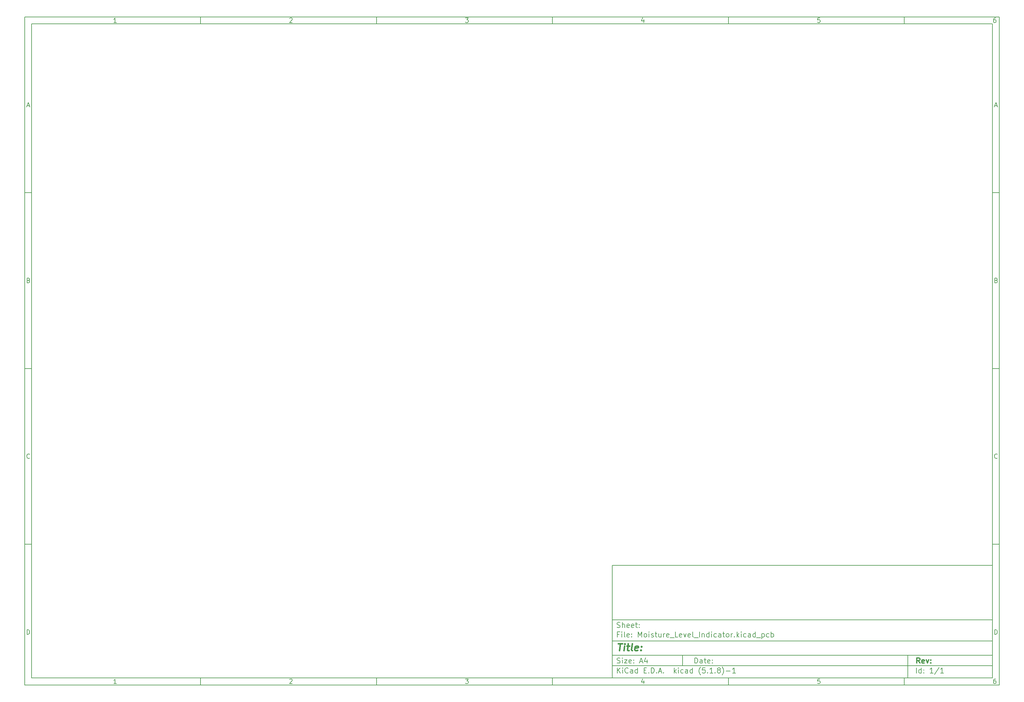
<source format=gbp>
%TF.GenerationSoftware,KiCad,Pcbnew,(5.1.8)-1*%
%TF.CreationDate,2021-07-18T22:50:52-07:00*%
%TF.ProjectId,Moisture_Level_Indicator,4d6f6973-7475-4726-955f-4c6576656c5f,rev?*%
%TF.SameCoordinates,Original*%
%TF.FileFunction,Paste,Bot*%
%TF.FilePolarity,Positive*%
%FSLAX46Y46*%
G04 Gerber Fmt 4.6, Leading zero omitted, Abs format (unit mm)*
G04 Created by KiCad (PCBNEW (5.1.8)-1) date 2021-07-18 22:50:52*
%MOMM*%
%LPD*%
G01*
G04 APERTURE LIST*
%ADD10C,0.100000*%
%ADD11C,0.150000*%
%ADD12C,0.300000*%
%ADD13C,0.400000*%
G04 APERTURE END LIST*
D10*
D11*
X177002200Y-166007200D02*
X177002200Y-198007200D01*
X285002200Y-198007200D01*
X285002200Y-166007200D01*
X177002200Y-166007200D01*
D10*
D11*
X10000000Y-10000000D02*
X10000000Y-200007200D01*
X287002200Y-200007200D01*
X287002200Y-10000000D01*
X10000000Y-10000000D01*
D10*
D11*
X12000000Y-12000000D02*
X12000000Y-198007200D01*
X285002200Y-198007200D01*
X285002200Y-12000000D01*
X12000000Y-12000000D01*
D10*
D11*
X60000000Y-12000000D02*
X60000000Y-10000000D01*
D10*
D11*
X110000000Y-12000000D02*
X110000000Y-10000000D01*
D10*
D11*
X160000000Y-12000000D02*
X160000000Y-10000000D01*
D10*
D11*
X210000000Y-12000000D02*
X210000000Y-10000000D01*
D10*
D11*
X260000000Y-12000000D02*
X260000000Y-10000000D01*
D10*
D11*
X36065476Y-11588095D02*
X35322619Y-11588095D01*
X35694047Y-11588095D02*
X35694047Y-10288095D01*
X35570238Y-10473809D01*
X35446428Y-10597619D01*
X35322619Y-10659523D01*
D10*
D11*
X85322619Y-10411904D02*
X85384523Y-10350000D01*
X85508333Y-10288095D01*
X85817857Y-10288095D01*
X85941666Y-10350000D01*
X86003571Y-10411904D01*
X86065476Y-10535714D01*
X86065476Y-10659523D01*
X86003571Y-10845238D01*
X85260714Y-11588095D01*
X86065476Y-11588095D01*
D10*
D11*
X135260714Y-10288095D02*
X136065476Y-10288095D01*
X135632142Y-10783333D01*
X135817857Y-10783333D01*
X135941666Y-10845238D01*
X136003571Y-10907142D01*
X136065476Y-11030952D01*
X136065476Y-11340476D01*
X136003571Y-11464285D01*
X135941666Y-11526190D01*
X135817857Y-11588095D01*
X135446428Y-11588095D01*
X135322619Y-11526190D01*
X135260714Y-11464285D01*
D10*
D11*
X185941666Y-10721428D02*
X185941666Y-11588095D01*
X185632142Y-10226190D02*
X185322619Y-11154761D01*
X186127380Y-11154761D01*
D10*
D11*
X236003571Y-10288095D02*
X235384523Y-10288095D01*
X235322619Y-10907142D01*
X235384523Y-10845238D01*
X235508333Y-10783333D01*
X235817857Y-10783333D01*
X235941666Y-10845238D01*
X236003571Y-10907142D01*
X236065476Y-11030952D01*
X236065476Y-11340476D01*
X236003571Y-11464285D01*
X235941666Y-11526190D01*
X235817857Y-11588095D01*
X235508333Y-11588095D01*
X235384523Y-11526190D01*
X235322619Y-11464285D01*
D10*
D11*
X285941666Y-10288095D02*
X285694047Y-10288095D01*
X285570238Y-10350000D01*
X285508333Y-10411904D01*
X285384523Y-10597619D01*
X285322619Y-10845238D01*
X285322619Y-11340476D01*
X285384523Y-11464285D01*
X285446428Y-11526190D01*
X285570238Y-11588095D01*
X285817857Y-11588095D01*
X285941666Y-11526190D01*
X286003571Y-11464285D01*
X286065476Y-11340476D01*
X286065476Y-11030952D01*
X286003571Y-10907142D01*
X285941666Y-10845238D01*
X285817857Y-10783333D01*
X285570238Y-10783333D01*
X285446428Y-10845238D01*
X285384523Y-10907142D01*
X285322619Y-11030952D01*
D10*
D11*
X60000000Y-198007200D02*
X60000000Y-200007200D01*
D10*
D11*
X110000000Y-198007200D02*
X110000000Y-200007200D01*
D10*
D11*
X160000000Y-198007200D02*
X160000000Y-200007200D01*
D10*
D11*
X210000000Y-198007200D02*
X210000000Y-200007200D01*
D10*
D11*
X260000000Y-198007200D02*
X260000000Y-200007200D01*
D10*
D11*
X36065476Y-199595295D02*
X35322619Y-199595295D01*
X35694047Y-199595295D02*
X35694047Y-198295295D01*
X35570238Y-198481009D01*
X35446428Y-198604819D01*
X35322619Y-198666723D01*
D10*
D11*
X85322619Y-198419104D02*
X85384523Y-198357200D01*
X85508333Y-198295295D01*
X85817857Y-198295295D01*
X85941666Y-198357200D01*
X86003571Y-198419104D01*
X86065476Y-198542914D01*
X86065476Y-198666723D01*
X86003571Y-198852438D01*
X85260714Y-199595295D01*
X86065476Y-199595295D01*
D10*
D11*
X135260714Y-198295295D02*
X136065476Y-198295295D01*
X135632142Y-198790533D01*
X135817857Y-198790533D01*
X135941666Y-198852438D01*
X136003571Y-198914342D01*
X136065476Y-199038152D01*
X136065476Y-199347676D01*
X136003571Y-199471485D01*
X135941666Y-199533390D01*
X135817857Y-199595295D01*
X135446428Y-199595295D01*
X135322619Y-199533390D01*
X135260714Y-199471485D01*
D10*
D11*
X185941666Y-198728628D02*
X185941666Y-199595295D01*
X185632142Y-198233390D02*
X185322619Y-199161961D01*
X186127380Y-199161961D01*
D10*
D11*
X236003571Y-198295295D02*
X235384523Y-198295295D01*
X235322619Y-198914342D01*
X235384523Y-198852438D01*
X235508333Y-198790533D01*
X235817857Y-198790533D01*
X235941666Y-198852438D01*
X236003571Y-198914342D01*
X236065476Y-199038152D01*
X236065476Y-199347676D01*
X236003571Y-199471485D01*
X235941666Y-199533390D01*
X235817857Y-199595295D01*
X235508333Y-199595295D01*
X235384523Y-199533390D01*
X235322619Y-199471485D01*
D10*
D11*
X285941666Y-198295295D02*
X285694047Y-198295295D01*
X285570238Y-198357200D01*
X285508333Y-198419104D01*
X285384523Y-198604819D01*
X285322619Y-198852438D01*
X285322619Y-199347676D01*
X285384523Y-199471485D01*
X285446428Y-199533390D01*
X285570238Y-199595295D01*
X285817857Y-199595295D01*
X285941666Y-199533390D01*
X286003571Y-199471485D01*
X286065476Y-199347676D01*
X286065476Y-199038152D01*
X286003571Y-198914342D01*
X285941666Y-198852438D01*
X285817857Y-198790533D01*
X285570238Y-198790533D01*
X285446428Y-198852438D01*
X285384523Y-198914342D01*
X285322619Y-199038152D01*
D10*
D11*
X10000000Y-60000000D02*
X12000000Y-60000000D01*
D10*
D11*
X10000000Y-110000000D02*
X12000000Y-110000000D01*
D10*
D11*
X10000000Y-160000000D02*
X12000000Y-160000000D01*
D10*
D11*
X10690476Y-35216666D02*
X11309523Y-35216666D01*
X10566666Y-35588095D02*
X11000000Y-34288095D01*
X11433333Y-35588095D01*
D10*
D11*
X11092857Y-84907142D02*
X11278571Y-84969047D01*
X11340476Y-85030952D01*
X11402380Y-85154761D01*
X11402380Y-85340476D01*
X11340476Y-85464285D01*
X11278571Y-85526190D01*
X11154761Y-85588095D01*
X10659523Y-85588095D01*
X10659523Y-84288095D01*
X11092857Y-84288095D01*
X11216666Y-84350000D01*
X11278571Y-84411904D01*
X11340476Y-84535714D01*
X11340476Y-84659523D01*
X11278571Y-84783333D01*
X11216666Y-84845238D01*
X11092857Y-84907142D01*
X10659523Y-84907142D01*
D10*
D11*
X11402380Y-135464285D02*
X11340476Y-135526190D01*
X11154761Y-135588095D01*
X11030952Y-135588095D01*
X10845238Y-135526190D01*
X10721428Y-135402380D01*
X10659523Y-135278571D01*
X10597619Y-135030952D01*
X10597619Y-134845238D01*
X10659523Y-134597619D01*
X10721428Y-134473809D01*
X10845238Y-134350000D01*
X11030952Y-134288095D01*
X11154761Y-134288095D01*
X11340476Y-134350000D01*
X11402380Y-134411904D01*
D10*
D11*
X10659523Y-185588095D02*
X10659523Y-184288095D01*
X10969047Y-184288095D01*
X11154761Y-184350000D01*
X11278571Y-184473809D01*
X11340476Y-184597619D01*
X11402380Y-184845238D01*
X11402380Y-185030952D01*
X11340476Y-185278571D01*
X11278571Y-185402380D01*
X11154761Y-185526190D01*
X10969047Y-185588095D01*
X10659523Y-185588095D01*
D10*
D11*
X287002200Y-60000000D02*
X285002200Y-60000000D01*
D10*
D11*
X287002200Y-110000000D02*
X285002200Y-110000000D01*
D10*
D11*
X287002200Y-160000000D02*
X285002200Y-160000000D01*
D10*
D11*
X285692676Y-35216666D02*
X286311723Y-35216666D01*
X285568866Y-35588095D02*
X286002200Y-34288095D01*
X286435533Y-35588095D01*
D10*
D11*
X286095057Y-84907142D02*
X286280771Y-84969047D01*
X286342676Y-85030952D01*
X286404580Y-85154761D01*
X286404580Y-85340476D01*
X286342676Y-85464285D01*
X286280771Y-85526190D01*
X286156961Y-85588095D01*
X285661723Y-85588095D01*
X285661723Y-84288095D01*
X286095057Y-84288095D01*
X286218866Y-84350000D01*
X286280771Y-84411904D01*
X286342676Y-84535714D01*
X286342676Y-84659523D01*
X286280771Y-84783333D01*
X286218866Y-84845238D01*
X286095057Y-84907142D01*
X285661723Y-84907142D01*
D10*
D11*
X286404580Y-135464285D02*
X286342676Y-135526190D01*
X286156961Y-135588095D01*
X286033152Y-135588095D01*
X285847438Y-135526190D01*
X285723628Y-135402380D01*
X285661723Y-135278571D01*
X285599819Y-135030952D01*
X285599819Y-134845238D01*
X285661723Y-134597619D01*
X285723628Y-134473809D01*
X285847438Y-134350000D01*
X286033152Y-134288095D01*
X286156961Y-134288095D01*
X286342676Y-134350000D01*
X286404580Y-134411904D01*
D10*
D11*
X285661723Y-185588095D02*
X285661723Y-184288095D01*
X285971247Y-184288095D01*
X286156961Y-184350000D01*
X286280771Y-184473809D01*
X286342676Y-184597619D01*
X286404580Y-184845238D01*
X286404580Y-185030952D01*
X286342676Y-185278571D01*
X286280771Y-185402380D01*
X286156961Y-185526190D01*
X285971247Y-185588095D01*
X285661723Y-185588095D01*
D10*
D11*
X200434342Y-193785771D02*
X200434342Y-192285771D01*
X200791485Y-192285771D01*
X201005771Y-192357200D01*
X201148628Y-192500057D01*
X201220057Y-192642914D01*
X201291485Y-192928628D01*
X201291485Y-193142914D01*
X201220057Y-193428628D01*
X201148628Y-193571485D01*
X201005771Y-193714342D01*
X200791485Y-193785771D01*
X200434342Y-193785771D01*
X202577200Y-193785771D02*
X202577200Y-193000057D01*
X202505771Y-192857200D01*
X202362914Y-192785771D01*
X202077200Y-192785771D01*
X201934342Y-192857200D01*
X202577200Y-193714342D02*
X202434342Y-193785771D01*
X202077200Y-193785771D01*
X201934342Y-193714342D01*
X201862914Y-193571485D01*
X201862914Y-193428628D01*
X201934342Y-193285771D01*
X202077200Y-193214342D01*
X202434342Y-193214342D01*
X202577200Y-193142914D01*
X203077200Y-192785771D02*
X203648628Y-192785771D01*
X203291485Y-192285771D02*
X203291485Y-193571485D01*
X203362914Y-193714342D01*
X203505771Y-193785771D01*
X203648628Y-193785771D01*
X204720057Y-193714342D02*
X204577200Y-193785771D01*
X204291485Y-193785771D01*
X204148628Y-193714342D01*
X204077200Y-193571485D01*
X204077200Y-193000057D01*
X204148628Y-192857200D01*
X204291485Y-192785771D01*
X204577200Y-192785771D01*
X204720057Y-192857200D01*
X204791485Y-193000057D01*
X204791485Y-193142914D01*
X204077200Y-193285771D01*
X205434342Y-193642914D02*
X205505771Y-193714342D01*
X205434342Y-193785771D01*
X205362914Y-193714342D01*
X205434342Y-193642914D01*
X205434342Y-193785771D01*
X205434342Y-192857200D02*
X205505771Y-192928628D01*
X205434342Y-193000057D01*
X205362914Y-192928628D01*
X205434342Y-192857200D01*
X205434342Y-193000057D01*
D10*
D11*
X177002200Y-194507200D02*
X285002200Y-194507200D01*
D10*
D11*
X178434342Y-196585771D02*
X178434342Y-195085771D01*
X179291485Y-196585771D02*
X178648628Y-195728628D01*
X179291485Y-195085771D02*
X178434342Y-195942914D01*
X179934342Y-196585771D02*
X179934342Y-195585771D01*
X179934342Y-195085771D02*
X179862914Y-195157200D01*
X179934342Y-195228628D01*
X180005771Y-195157200D01*
X179934342Y-195085771D01*
X179934342Y-195228628D01*
X181505771Y-196442914D02*
X181434342Y-196514342D01*
X181220057Y-196585771D01*
X181077200Y-196585771D01*
X180862914Y-196514342D01*
X180720057Y-196371485D01*
X180648628Y-196228628D01*
X180577200Y-195942914D01*
X180577200Y-195728628D01*
X180648628Y-195442914D01*
X180720057Y-195300057D01*
X180862914Y-195157200D01*
X181077200Y-195085771D01*
X181220057Y-195085771D01*
X181434342Y-195157200D01*
X181505771Y-195228628D01*
X182791485Y-196585771D02*
X182791485Y-195800057D01*
X182720057Y-195657200D01*
X182577200Y-195585771D01*
X182291485Y-195585771D01*
X182148628Y-195657200D01*
X182791485Y-196514342D02*
X182648628Y-196585771D01*
X182291485Y-196585771D01*
X182148628Y-196514342D01*
X182077200Y-196371485D01*
X182077200Y-196228628D01*
X182148628Y-196085771D01*
X182291485Y-196014342D01*
X182648628Y-196014342D01*
X182791485Y-195942914D01*
X184148628Y-196585771D02*
X184148628Y-195085771D01*
X184148628Y-196514342D02*
X184005771Y-196585771D01*
X183720057Y-196585771D01*
X183577200Y-196514342D01*
X183505771Y-196442914D01*
X183434342Y-196300057D01*
X183434342Y-195871485D01*
X183505771Y-195728628D01*
X183577200Y-195657200D01*
X183720057Y-195585771D01*
X184005771Y-195585771D01*
X184148628Y-195657200D01*
X186005771Y-195800057D02*
X186505771Y-195800057D01*
X186720057Y-196585771D02*
X186005771Y-196585771D01*
X186005771Y-195085771D01*
X186720057Y-195085771D01*
X187362914Y-196442914D02*
X187434342Y-196514342D01*
X187362914Y-196585771D01*
X187291485Y-196514342D01*
X187362914Y-196442914D01*
X187362914Y-196585771D01*
X188077200Y-196585771D02*
X188077200Y-195085771D01*
X188434342Y-195085771D01*
X188648628Y-195157200D01*
X188791485Y-195300057D01*
X188862914Y-195442914D01*
X188934342Y-195728628D01*
X188934342Y-195942914D01*
X188862914Y-196228628D01*
X188791485Y-196371485D01*
X188648628Y-196514342D01*
X188434342Y-196585771D01*
X188077200Y-196585771D01*
X189577200Y-196442914D02*
X189648628Y-196514342D01*
X189577200Y-196585771D01*
X189505771Y-196514342D01*
X189577200Y-196442914D01*
X189577200Y-196585771D01*
X190220057Y-196157200D02*
X190934342Y-196157200D01*
X190077200Y-196585771D02*
X190577200Y-195085771D01*
X191077200Y-196585771D01*
X191577200Y-196442914D02*
X191648628Y-196514342D01*
X191577200Y-196585771D01*
X191505771Y-196514342D01*
X191577200Y-196442914D01*
X191577200Y-196585771D01*
X194577200Y-196585771D02*
X194577200Y-195085771D01*
X194720057Y-196014342D02*
X195148628Y-196585771D01*
X195148628Y-195585771D02*
X194577200Y-196157200D01*
X195791485Y-196585771D02*
X195791485Y-195585771D01*
X195791485Y-195085771D02*
X195720057Y-195157200D01*
X195791485Y-195228628D01*
X195862914Y-195157200D01*
X195791485Y-195085771D01*
X195791485Y-195228628D01*
X197148628Y-196514342D02*
X197005771Y-196585771D01*
X196720057Y-196585771D01*
X196577200Y-196514342D01*
X196505771Y-196442914D01*
X196434342Y-196300057D01*
X196434342Y-195871485D01*
X196505771Y-195728628D01*
X196577200Y-195657200D01*
X196720057Y-195585771D01*
X197005771Y-195585771D01*
X197148628Y-195657200D01*
X198434342Y-196585771D02*
X198434342Y-195800057D01*
X198362914Y-195657200D01*
X198220057Y-195585771D01*
X197934342Y-195585771D01*
X197791485Y-195657200D01*
X198434342Y-196514342D02*
X198291485Y-196585771D01*
X197934342Y-196585771D01*
X197791485Y-196514342D01*
X197720057Y-196371485D01*
X197720057Y-196228628D01*
X197791485Y-196085771D01*
X197934342Y-196014342D01*
X198291485Y-196014342D01*
X198434342Y-195942914D01*
X199791485Y-196585771D02*
X199791485Y-195085771D01*
X199791485Y-196514342D02*
X199648628Y-196585771D01*
X199362914Y-196585771D01*
X199220057Y-196514342D01*
X199148628Y-196442914D01*
X199077200Y-196300057D01*
X199077200Y-195871485D01*
X199148628Y-195728628D01*
X199220057Y-195657200D01*
X199362914Y-195585771D01*
X199648628Y-195585771D01*
X199791485Y-195657200D01*
X202077200Y-197157200D02*
X202005771Y-197085771D01*
X201862914Y-196871485D01*
X201791485Y-196728628D01*
X201720057Y-196514342D01*
X201648628Y-196157200D01*
X201648628Y-195871485D01*
X201720057Y-195514342D01*
X201791485Y-195300057D01*
X201862914Y-195157200D01*
X202005771Y-194942914D01*
X202077200Y-194871485D01*
X203362914Y-195085771D02*
X202648628Y-195085771D01*
X202577200Y-195800057D01*
X202648628Y-195728628D01*
X202791485Y-195657200D01*
X203148628Y-195657200D01*
X203291485Y-195728628D01*
X203362914Y-195800057D01*
X203434342Y-195942914D01*
X203434342Y-196300057D01*
X203362914Y-196442914D01*
X203291485Y-196514342D01*
X203148628Y-196585771D01*
X202791485Y-196585771D01*
X202648628Y-196514342D01*
X202577200Y-196442914D01*
X204077200Y-196442914D02*
X204148628Y-196514342D01*
X204077200Y-196585771D01*
X204005771Y-196514342D01*
X204077200Y-196442914D01*
X204077200Y-196585771D01*
X205577200Y-196585771D02*
X204720057Y-196585771D01*
X205148628Y-196585771D02*
X205148628Y-195085771D01*
X205005771Y-195300057D01*
X204862914Y-195442914D01*
X204720057Y-195514342D01*
X206220057Y-196442914D02*
X206291485Y-196514342D01*
X206220057Y-196585771D01*
X206148628Y-196514342D01*
X206220057Y-196442914D01*
X206220057Y-196585771D01*
X207148628Y-195728628D02*
X207005771Y-195657200D01*
X206934342Y-195585771D01*
X206862914Y-195442914D01*
X206862914Y-195371485D01*
X206934342Y-195228628D01*
X207005771Y-195157200D01*
X207148628Y-195085771D01*
X207434342Y-195085771D01*
X207577200Y-195157200D01*
X207648628Y-195228628D01*
X207720057Y-195371485D01*
X207720057Y-195442914D01*
X207648628Y-195585771D01*
X207577200Y-195657200D01*
X207434342Y-195728628D01*
X207148628Y-195728628D01*
X207005771Y-195800057D01*
X206934342Y-195871485D01*
X206862914Y-196014342D01*
X206862914Y-196300057D01*
X206934342Y-196442914D01*
X207005771Y-196514342D01*
X207148628Y-196585771D01*
X207434342Y-196585771D01*
X207577200Y-196514342D01*
X207648628Y-196442914D01*
X207720057Y-196300057D01*
X207720057Y-196014342D01*
X207648628Y-195871485D01*
X207577200Y-195800057D01*
X207434342Y-195728628D01*
X208220057Y-197157200D02*
X208291485Y-197085771D01*
X208434342Y-196871485D01*
X208505771Y-196728628D01*
X208577200Y-196514342D01*
X208648628Y-196157200D01*
X208648628Y-195871485D01*
X208577200Y-195514342D01*
X208505771Y-195300057D01*
X208434342Y-195157200D01*
X208291485Y-194942914D01*
X208220057Y-194871485D01*
X209362914Y-196014342D02*
X210505771Y-196014342D01*
X212005771Y-196585771D02*
X211148628Y-196585771D01*
X211577200Y-196585771D02*
X211577200Y-195085771D01*
X211434342Y-195300057D01*
X211291485Y-195442914D01*
X211148628Y-195514342D01*
D10*
D11*
X177002200Y-191507200D02*
X285002200Y-191507200D01*
D10*
D12*
X264411485Y-193785771D02*
X263911485Y-193071485D01*
X263554342Y-193785771D02*
X263554342Y-192285771D01*
X264125771Y-192285771D01*
X264268628Y-192357200D01*
X264340057Y-192428628D01*
X264411485Y-192571485D01*
X264411485Y-192785771D01*
X264340057Y-192928628D01*
X264268628Y-193000057D01*
X264125771Y-193071485D01*
X263554342Y-193071485D01*
X265625771Y-193714342D02*
X265482914Y-193785771D01*
X265197200Y-193785771D01*
X265054342Y-193714342D01*
X264982914Y-193571485D01*
X264982914Y-193000057D01*
X265054342Y-192857200D01*
X265197200Y-192785771D01*
X265482914Y-192785771D01*
X265625771Y-192857200D01*
X265697200Y-193000057D01*
X265697200Y-193142914D01*
X264982914Y-193285771D01*
X266197200Y-192785771D02*
X266554342Y-193785771D01*
X266911485Y-192785771D01*
X267482914Y-193642914D02*
X267554342Y-193714342D01*
X267482914Y-193785771D01*
X267411485Y-193714342D01*
X267482914Y-193642914D01*
X267482914Y-193785771D01*
X267482914Y-192857200D02*
X267554342Y-192928628D01*
X267482914Y-193000057D01*
X267411485Y-192928628D01*
X267482914Y-192857200D01*
X267482914Y-193000057D01*
D10*
D11*
X178362914Y-193714342D02*
X178577200Y-193785771D01*
X178934342Y-193785771D01*
X179077200Y-193714342D01*
X179148628Y-193642914D01*
X179220057Y-193500057D01*
X179220057Y-193357200D01*
X179148628Y-193214342D01*
X179077200Y-193142914D01*
X178934342Y-193071485D01*
X178648628Y-193000057D01*
X178505771Y-192928628D01*
X178434342Y-192857200D01*
X178362914Y-192714342D01*
X178362914Y-192571485D01*
X178434342Y-192428628D01*
X178505771Y-192357200D01*
X178648628Y-192285771D01*
X179005771Y-192285771D01*
X179220057Y-192357200D01*
X179862914Y-193785771D02*
X179862914Y-192785771D01*
X179862914Y-192285771D02*
X179791485Y-192357200D01*
X179862914Y-192428628D01*
X179934342Y-192357200D01*
X179862914Y-192285771D01*
X179862914Y-192428628D01*
X180434342Y-192785771D02*
X181220057Y-192785771D01*
X180434342Y-193785771D01*
X181220057Y-193785771D01*
X182362914Y-193714342D02*
X182220057Y-193785771D01*
X181934342Y-193785771D01*
X181791485Y-193714342D01*
X181720057Y-193571485D01*
X181720057Y-193000057D01*
X181791485Y-192857200D01*
X181934342Y-192785771D01*
X182220057Y-192785771D01*
X182362914Y-192857200D01*
X182434342Y-193000057D01*
X182434342Y-193142914D01*
X181720057Y-193285771D01*
X183077200Y-193642914D02*
X183148628Y-193714342D01*
X183077200Y-193785771D01*
X183005771Y-193714342D01*
X183077200Y-193642914D01*
X183077200Y-193785771D01*
X183077200Y-192857200D02*
X183148628Y-192928628D01*
X183077200Y-193000057D01*
X183005771Y-192928628D01*
X183077200Y-192857200D01*
X183077200Y-193000057D01*
X184862914Y-193357200D02*
X185577200Y-193357200D01*
X184720057Y-193785771D02*
X185220057Y-192285771D01*
X185720057Y-193785771D01*
X186862914Y-192785771D02*
X186862914Y-193785771D01*
X186505771Y-192214342D02*
X186148628Y-193285771D01*
X187077200Y-193285771D01*
D10*
D11*
X263434342Y-196585771D02*
X263434342Y-195085771D01*
X264791485Y-196585771D02*
X264791485Y-195085771D01*
X264791485Y-196514342D02*
X264648628Y-196585771D01*
X264362914Y-196585771D01*
X264220057Y-196514342D01*
X264148628Y-196442914D01*
X264077200Y-196300057D01*
X264077200Y-195871485D01*
X264148628Y-195728628D01*
X264220057Y-195657200D01*
X264362914Y-195585771D01*
X264648628Y-195585771D01*
X264791485Y-195657200D01*
X265505771Y-196442914D02*
X265577200Y-196514342D01*
X265505771Y-196585771D01*
X265434342Y-196514342D01*
X265505771Y-196442914D01*
X265505771Y-196585771D01*
X265505771Y-195657200D02*
X265577200Y-195728628D01*
X265505771Y-195800057D01*
X265434342Y-195728628D01*
X265505771Y-195657200D01*
X265505771Y-195800057D01*
X268148628Y-196585771D02*
X267291485Y-196585771D01*
X267720057Y-196585771D02*
X267720057Y-195085771D01*
X267577200Y-195300057D01*
X267434342Y-195442914D01*
X267291485Y-195514342D01*
X269862914Y-195014342D02*
X268577200Y-196942914D01*
X271148628Y-196585771D02*
X270291485Y-196585771D01*
X270720057Y-196585771D02*
X270720057Y-195085771D01*
X270577200Y-195300057D01*
X270434342Y-195442914D01*
X270291485Y-195514342D01*
D10*
D11*
X177002200Y-187507200D02*
X285002200Y-187507200D01*
D10*
D13*
X178714580Y-188211961D02*
X179857438Y-188211961D01*
X179036009Y-190211961D02*
X179286009Y-188211961D01*
X180274104Y-190211961D02*
X180440771Y-188878628D01*
X180524104Y-188211961D02*
X180416961Y-188307200D01*
X180500295Y-188402438D01*
X180607438Y-188307200D01*
X180524104Y-188211961D01*
X180500295Y-188402438D01*
X181107438Y-188878628D02*
X181869342Y-188878628D01*
X181476485Y-188211961D02*
X181262200Y-189926247D01*
X181333628Y-190116723D01*
X181512200Y-190211961D01*
X181702676Y-190211961D01*
X182655057Y-190211961D02*
X182476485Y-190116723D01*
X182405057Y-189926247D01*
X182619342Y-188211961D01*
X184190771Y-190116723D02*
X183988390Y-190211961D01*
X183607438Y-190211961D01*
X183428866Y-190116723D01*
X183357438Y-189926247D01*
X183452676Y-189164342D01*
X183571723Y-188973866D01*
X183774104Y-188878628D01*
X184155057Y-188878628D01*
X184333628Y-188973866D01*
X184405057Y-189164342D01*
X184381247Y-189354819D01*
X183405057Y-189545295D01*
X185155057Y-190021485D02*
X185238390Y-190116723D01*
X185131247Y-190211961D01*
X185047914Y-190116723D01*
X185155057Y-190021485D01*
X185131247Y-190211961D01*
X185286009Y-188973866D02*
X185369342Y-189069104D01*
X185262200Y-189164342D01*
X185178866Y-189069104D01*
X185286009Y-188973866D01*
X185262200Y-189164342D01*
D10*
D11*
X178934342Y-185600057D02*
X178434342Y-185600057D01*
X178434342Y-186385771D02*
X178434342Y-184885771D01*
X179148628Y-184885771D01*
X179720057Y-186385771D02*
X179720057Y-185385771D01*
X179720057Y-184885771D02*
X179648628Y-184957200D01*
X179720057Y-185028628D01*
X179791485Y-184957200D01*
X179720057Y-184885771D01*
X179720057Y-185028628D01*
X180648628Y-186385771D02*
X180505771Y-186314342D01*
X180434342Y-186171485D01*
X180434342Y-184885771D01*
X181791485Y-186314342D02*
X181648628Y-186385771D01*
X181362914Y-186385771D01*
X181220057Y-186314342D01*
X181148628Y-186171485D01*
X181148628Y-185600057D01*
X181220057Y-185457200D01*
X181362914Y-185385771D01*
X181648628Y-185385771D01*
X181791485Y-185457200D01*
X181862914Y-185600057D01*
X181862914Y-185742914D01*
X181148628Y-185885771D01*
X182505771Y-186242914D02*
X182577200Y-186314342D01*
X182505771Y-186385771D01*
X182434342Y-186314342D01*
X182505771Y-186242914D01*
X182505771Y-186385771D01*
X182505771Y-185457200D02*
X182577200Y-185528628D01*
X182505771Y-185600057D01*
X182434342Y-185528628D01*
X182505771Y-185457200D01*
X182505771Y-185600057D01*
X184362914Y-186385771D02*
X184362914Y-184885771D01*
X184862914Y-185957200D01*
X185362914Y-184885771D01*
X185362914Y-186385771D01*
X186291485Y-186385771D02*
X186148628Y-186314342D01*
X186077200Y-186242914D01*
X186005771Y-186100057D01*
X186005771Y-185671485D01*
X186077200Y-185528628D01*
X186148628Y-185457200D01*
X186291485Y-185385771D01*
X186505771Y-185385771D01*
X186648628Y-185457200D01*
X186720057Y-185528628D01*
X186791485Y-185671485D01*
X186791485Y-186100057D01*
X186720057Y-186242914D01*
X186648628Y-186314342D01*
X186505771Y-186385771D01*
X186291485Y-186385771D01*
X187434342Y-186385771D02*
X187434342Y-185385771D01*
X187434342Y-184885771D02*
X187362914Y-184957200D01*
X187434342Y-185028628D01*
X187505771Y-184957200D01*
X187434342Y-184885771D01*
X187434342Y-185028628D01*
X188077200Y-186314342D02*
X188220057Y-186385771D01*
X188505771Y-186385771D01*
X188648628Y-186314342D01*
X188720057Y-186171485D01*
X188720057Y-186100057D01*
X188648628Y-185957200D01*
X188505771Y-185885771D01*
X188291485Y-185885771D01*
X188148628Y-185814342D01*
X188077200Y-185671485D01*
X188077200Y-185600057D01*
X188148628Y-185457200D01*
X188291485Y-185385771D01*
X188505771Y-185385771D01*
X188648628Y-185457200D01*
X189148628Y-185385771D02*
X189720057Y-185385771D01*
X189362914Y-184885771D02*
X189362914Y-186171485D01*
X189434342Y-186314342D01*
X189577200Y-186385771D01*
X189720057Y-186385771D01*
X190862914Y-185385771D02*
X190862914Y-186385771D01*
X190220057Y-185385771D02*
X190220057Y-186171485D01*
X190291485Y-186314342D01*
X190434342Y-186385771D01*
X190648628Y-186385771D01*
X190791485Y-186314342D01*
X190862914Y-186242914D01*
X191577200Y-186385771D02*
X191577200Y-185385771D01*
X191577200Y-185671485D02*
X191648628Y-185528628D01*
X191720057Y-185457200D01*
X191862914Y-185385771D01*
X192005771Y-185385771D01*
X193077200Y-186314342D02*
X192934342Y-186385771D01*
X192648628Y-186385771D01*
X192505771Y-186314342D01*
X192434342Y-186171485D01*
X192434342Y-185600057D01*
X192505771Y-185457200D01*
X192648628Y-185385771D01*
X192934342Y-185385771D01*
X193077200Y-185457200D01*
X193148628Y-185600057D01*
X193148628Y-185742914D01*
X192434342Y-185885771D01*
X193434342Y-186528628D02*
X194577200Y-186528628D01*
X195648628Y-186385771D02*
X194934342Y-186385771D01*
X194934342Y-184885771D01*
X196720057Y-186314342D02*
X196577200Y-186385771D01*
X196291485Y-186385771D01*
X196148628Y-186314342D01*
X196077200Y-186171485D01*
X196077200Y-185600057D01*
X196148628Y-185457200D01*
X196291485Y-185385771D01*
X196577200Y-185385771D01*
X196720057Y-185457200D01*
X196791485Y-185600057D01*
X196791485Y-185742914D01*
X196077200Y-185885771D01*
X197291485Y-185385771D02*
X197648628Y-186385771D01*
X198005771Y-185385771D01*
X199148628Y-186314342D02*
X199005771Y-186385771D01*
X198720057Y-186385771D01*
X198577200Y-186314342D01*
X198505771Y-186171485D01*
X198505771Y-185600057D01*
X198577200Y-185457200D01*
X198720057Y-185385771D01*
X199005771Y-185385771D01*
X199148628Y-185457200D01*
X199220057Y-185600057D01*
X199220057Y-185742914D01*
X198505771Y-185885771D01*
X200077200Y-186385771D02*
X199934342Y-186314342D01*
X199862914Y-186171485D01*
X199862914Y-184885771D01*
X200291485Y-186528628D02*
X201434342Y-186528628D01*
X201791485Y-186385771D02*
X201791485Y-184885771D01*
X202505771Y-185385771D02*
X202505771Y-186385771D01*
X202505771Y-185528628D02*
X202577200Y-185457200D01*
X202720057Y-185385771D01*
X202934342Y-185385771D01*
X203077200Y-185457200D01*
X203148628Y-185600057D01*
X203148628Y-186385771D01*
X204505771Y-186385771D02*
X204505771Y-184885771D01*
X204505771Y-186314342D02*
X204362914Y-186385771D01*
X204077200Y-186385771D01*
X203934342Y-186314342D01*
X203862914Y-186242914D01*
X203791485Y-186100057D01*
X203791485Y-185671485D01*
X203862914Y-185528628D01*
X203934342Y-185457200D01*
X204077200Y-185385771D01*
X204362914Y-185385771D01*
X204505771Y-185457200D01*
X205220057Y-186385771D02*
X205220057Y-185385771D01*
X205220057Y-184885771D02*
X205148628Y-184957200D01*
X205220057Y-185028628D01*
X205291485Y-184957200D01*
X205220057Y-184885771D01*
X205220057Y-185028628D01*
X206577200Y-186314342D02*
X206434342Y-186385771D01*
X206148628Y-186385771D01*
X206005771Y-186314342D01*
X205934342Y-186242914D01*
X205862914Y-186100057D01*
X205862914Y-185671485D01*
X205934342Y-185528628D01*
X206005771Y-185457200D01*
X206148628Y-185385771D01*
X206434342Y-185385771D01*
X206577200Y-185457200D01*
X207862914Y-186385771D02*
X207862914Y-185600057D01*
X207791485Y-185457200D01*
X207648628Y-185385771D01*
X207362914Y-185385771D01*
X207220057Y-185457200D01*
X207862914Y-186314342D02*
X207720057Y-186385771D01*
X207362914Y-186385771D01*
X207220057Y-186314342D01*
X207148628Y-186171485D01*
X207148628Y-186028628D01*
X207220057Y-185885771D01*
X207362914Y-185814342D01*
X207720057Y-185814342D01*
X207862914Y-185742914D01*
X208362914Y-185385771D02*
X208934342Y-185385771D01*
X208577200Y-184885771D02*
X208577200Y-186171485D01*
X208648628Y-186314342D01*
X208791485Y-186385771D01*
X208934342Y-186385771D01*
X209648628Y-186385771D02*
X209505771Y-186314342D01*
X209434342Y-186242914D01*
X209362914Y-186100057D01*
X209362914Y-185671485D01*
X209434342Y-185528628D01*
X209505771Y-185457200D01*
X209648628Y-185385771D01*
X209862914Y-185385771D01*
X210005771Y-185457200D01*
X210077200Y-185528628D01*
X210148628Y-185671485D01*
X210148628Y-186100057D01*
X210077200Y-186242914D01*
X210005771Y-186314342D01*
X209862914Y-186385771D01*
X209648628Y-186385771D01*
X210791485Y-186385771D02*
X210791485Y-185385771D01*
X210791485Y-185671485D02*
X210862914Y-185528628D01*
X210934342Y-185457200D01*
X211077200Y-185385771D01*
X211220057Y-185385771D01*
X211720057Y-186242914D02*
X211791485Y-186314342D01*
X211720057Y-186385771D01*
X211648628Y-186314342D01*
X211720057Y-186242914D01*
X211720057Y-186385771D01*
X212434342Y-186385771D02*
X212434342Y-184885771D01*
X212577200Y-185814342D02*
X213005771Y-186385771D01*
X213005771Y-185385771D02*
X212434342Y-185957200D01*
X213648628Y-186385771D02*
X213648628Y-185385771D01*
X213648628Y-184885771D02*
X213577200Y-184957200D01*
X213648628Y-185028628D01*
X213720057Y-184957200D01*
X213648628Y-184885771D01*
X213648628Y-185028628D01*
X215005771Y-186314342D02*
X214862914Y-186385771D01*
X214577200Y-186385771D01*
X214434342Y-186314342D01*
X214362914Y-186242914D01*
X214291485Y-186100057D01*
X214291485Y-185671485D01*
X214362914Y-185528628D01*
X214434342Y-185457200D01*
X214577200Y-185385771D01*
X214862914Y-185385771D01*
X215005771Y-185457200D01*
X216291485Y-186385771D02*
X216291485Y-185600057D01*
X216220057Y-185457200D01*
X216077200Y-185385771D01*
X215791485Y-185385771D01*
X215648628Y-185457200D01*
X216291485Y-186314342D02*
X216148628Y-186385771D01*
X215791485Y-186385771D01*
X215648628Y-186314342D01*
X215577200Y-186171485D01*
X215577200Y-186028628D01*
X215648628Y-185885771D01*
X215791485Y-185814342D01*
X216148628Y-185814342D01*
X216291485Y-185742914D01*
X217648628Y-186385771D02*
X217648628Y-184885771D01*
X217648628Y-186314342D02*
X217505771Y-186385771D01*
X217220057Y-186385771D01*
X217077200Y-186314342D01*
X217005771Y-186242914D01*
X216934342Y-186100057D01*
X216934342Y-185671485D01*
X217005771Y-185528628D01*
X217077200Y-185457200D01*
X217220057Y-185385771D01*
X217505771Y-185385771D01*
X217648628Y-185457200D01*
X218005771Y-186528628D02*
X219148628Y-186528628D01*
X219505771Y-185385771D02*
X219505771Y-186885771D01*
X219505771Y-185457200D02*
X219648628Y-185385771D01*
X219934342Y-185385771D01*
X220077200Y-185457200D01*
X220148628Y-185528628D01*
X220220057Y-185671485D01*
X220220057Y-186100057D01*
X220148628Y-186242914D01*
X220077200Y-186314342D01*
X219934342Y-186385771D01*
X219648628Y-186385771D01*
X219505771Y-186314342D01*
X221505771Y-186314342D02*
X221362914Y-186385771D01*
X221077200Y-186385771D01*
X220934342Y-186314342D01*
X220862914Y-186242914D01*
X220791485Y-186100057D01*
X220791485Y-185671485D01*
X220862914Y-185528628D01*
X220934342Y-185457200D01*
X221077200Y-185385771D01*
X221362914Y-185385771D01*
X221505771Y-185457200D01*
X222148628Y-186385771D02*
X222148628Y-184885771D01*
X222148628Y-185457200D02*
X222291485Y-185385771D01*
X222577200Y-185385771D01*
X222720057Y-185457200D01*
X222791485Y-185528628D01*
X222862914Y-185671485D01*
X222862914Y-186100057D01*
X222791485Y-186242914D01*
X222720057Y-186314342D01*
X222577200Y-186385771D01*
X222291485Y-186385771D01*
X222148628Y-186314342D01*
D10*
D11*
X177002200Y-181507200D02*
X285002200Y-181507200D01*
D10*
D11*
X178362914Y-183614342D02*
X178577200Y-183685771D01*
X178934342Y-183685771D01*
X179077200Y-183614342D01*
X179148628Y-183542914D01*
X179220057Y-183400057D01*
X179220057Y-183257200D01*
X179148628Y-183114342D01*
X179077200Y-183042914D01*
X178934342Y-182971485D01*
X178648628Y-182900057D01*
X178505771Y-182828628D01*
X178434342Y-182757200D01*
X178362914Y-182614342D01*
X178362914Y-182471485D01*
X178434342Y-182328628D01*
X178505771Y-182257200D01*
X178648628Y-182185771D01*
X179005771Y-182185771D01*
X179220057Y-182257200D01*
X179862914Y-183685771D02*
X179862914Y-182185771D01*
X180505771Y-183685771D02*
X180505771Y-182900057D01*
X180434342Y-182757200D01*
X180291485Y-182685771D01*
X180077200Y-182685771D01*
X179934342Y-182757200D01*
X179862914Y-182828628D01*
X181791485Y-183614342D02*
X181648628Y-183685771D01*
X181362914Y-183685771D01*
X181220057Y-183614342D01*
X181148628Y-183471485D01*
X181148628Y-182900057D01*
X181220057Y-182757200D01*
X181362914Y-182685771D01*
X181648628Y-182685771D01*
X181791485Y-182757200D01*
X181862914Y-182900057D01*
X181862914Y-183042914D01*
X181148628Y-183185771D01*
X183077200Y-183614342D02*
X182934342Y-183685771D01*
X182648628Y-183685771D01*
X182505771Y-183614342D01*
X182434342Y-183471485D01*
X182434342Y-182900057D01*
X182505771Y-182757200D01*
X182648628Y-182685771D01*
X182934342Y-182685771D01*
X183077200Y-182757200D01*
X183148628Y-182900057D01*
X183148628Y-183042914D01*
X182434342Y-183185771D01*
X183577200Y-182685771D02*
X184148628Y-182685771D01*
X183791485Y-182185771D02*
X183791485Y-183471485D01*
X183862914Y-183614342D01*
X184005771Y-183685771D01*
X184148628Y-183685771D01*
X184648628Y-183542914D02*
X184720057Y-183614342D01*
X184648628Y-183685771D01*
X184577200Y-183614342D01*
X184648628Y-183542914D01*
X184648628Y-183685771D01*
X184648628Y-182757200D02*
X184720057Y-182828628D01*
X184648628Y-182900057D01*
X184577200Y-182828628D01*
X184648628Y-182757200D01*
X184648628Y-182900057D01*
D10*
D11*
X197002200Y-191507200D02*
X197002200Y-194507200D01*
D10*
D11*
X261002200Y-191507200D02*
X261002200Y-198007200D01*
M02*

</source>
